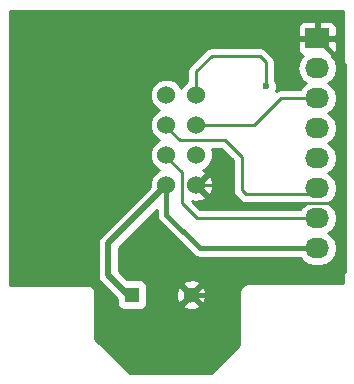
<source format=gtl>
G04 #@! TF.FileFunction,Copper,L1,Top,Signal*
%FSLAX46Y46*%
G04 Gerber Fmt 4.6, Leading zero omitted, Abs format (unit mm)*
G04 Created by KiCad (PCBNEW 4.0.2-stable) date Sunday, September 04, 2016 'PMt' 11:12:12 PM*
%MOMM*%
G01*
G04 APERTURE LIST*
%ADD10C,0.100000*%
%ADD11R,2.032000X1.727200*%
%ADD12O,2.032000X1.727200*%
%ADD13C,1.524000*%
%ADD14R,1.300000X1.300000*%
%ADD15C,1.300000*%
%ADD16C,0.600000*%
%ADD17C,0.250000*%
%ADD18C,0.508000*%
%ADD19C,0.381000*%
%ADD20C,0.254000*%
G04 APERTURE END LIST*
D10*
D11*
X154858333Y-114175000D03*
D12*
X154858333Y-116715000D03*
X154858333Y-119255000D03*
X154858333Y-121795000D03*
X154858333Y-124335000D03*
X154858333Y-126875000D03*
X154858333Y-129415000D03*
X154858333Y-131955000D03*
D13*
X144640000Y-126610000D03*
X144640000Y-124070000D03*
X144640000Y-121530000D03*
X144640000Y-118990000D03*
X142100000Y-118990000D03*
X142100000Y-121530000D03*
X142100000Y-124070000D03*
X142100000Y-126610000D03*
D14*
X139192000Y-135890000D03*
D15*
X144192000Y-135890000D03*
D16*
X150495000Y-118237000D03*
D17*
X144640000Y-121530000D02*
X149488000Y-121530000D01*
X151763000Y-119255000D02*
X154858333Y-119255000D01*
X149488000Y-121530000D02*
X151763000Y-119255000D01*
X144640000Y-118990000D02*
X144640000Y-116980000D01*
X150495000Y-116205000D02*
X150495000Y-118237000D01*
X149987000Y-115697000D02*
X150495000Y-116205000D01*
X145923000Y-115697000D02*
X149987000Y-115697000D01*
X144640000Y-116980000D02*
X145923000Y-115697000D01*
X142100000Y-121530000D02*
X142100000Y-121653000D01*
X142100000Y-121653000D02*
X143256000Y-122809000D01*
X143256000Y-122809000D02*
X147066000Y-122809000D01*
X147066000Y-122809000D02*
X148463000Y-124206000D01*
X148463000Y-124206000D02*
X148463000Y-127000000D01*
X148463000Y-127000000D02*
X148844000Y-127381000D01*
X148844000Y-127381000D02*
X154352333Y-127381000D01*
X154352333Y-127381000D02*
X154858333Y-126875000D01*
X142100000Y-124070000D02*
X142100000Y-124193000D01*
X142100000Y-124193000D02*
X143383000Y-125476000D01*
X143383000Y-125476000D02*
X143383000Y-128143000D01*
X143383000Y-128143000D02*
X144655000Y-129415000D01*
X144655000Y-129415000D02*
X154858333Y-129415000D01*
X139192000Y-135890000D02*
X138811000Y-135890000D01*
D18*
X138811000Y-135890000D02*
X137160000Y-134239000D01*
X137160000Y-131550000D02*
X142100000Y-126610000D01*
X137160000Y-134239000D02*
X137160000Y-131550000D01*
D19*
X142100000Y-126610000D02*
X142100000Y-129146000D01*
X144909000Y-131955000D02*
X154858333Y-131955000D01*
X142100000Y-129146000D02*
X144909000Y-131955000D01*
X144192000Y-135890000D02*
X146431000Y-135890000D01*
X157099000Y-133858000D02*
X157099000Y-127635000D01*
X156337000Y-134620000D02*
X157099000Y-133858000D01*
X147701000Y-134620000D02*
X156337000Y-134620000D01*
X146431000Y-135890000D02*
X147701000Y-134620000D01*
D17*
X144640000Y-126610000D02*
X146041000Y-126610000D01*
D19*
X157099000Y-116415667D02*
X154858333Y-114175000D01*
X157099000Y-127635000D02*
X157099000Y-116415667D01*
D17*
X156591000Y-128143000D02*
X157099000Y-127635000D01*
X153924000Y-128143000D02*
X156591000Y-128143000D01*
X153670000Y-128397000D02*
X153924000Y-128143000D01*
X147828000Y-128397000D02*
X153670000Y-128397000D01*
X146041000Y-126610000D02*
X147828000Y-128397000D01*
D20*
G36*
X157024000Y-134926000D02*
X148971000Y-134926000D01*
X148699295Y-134980046D01*
X148468954Y-135133954D01*
X148315046Y-135364295D01*
X148261000Y-135636000D01*
X148261000Y-140167908D01*
X145882908Y-142546000D01*
X138978092Y-142546000D01*
X136092000Y-139659908D01*
X136092000Y-135763000D01*
X136037954Y-135491295D01*
X135884046Y-135260954D01*
X135653705Y-135107046D01*
X135382000Y-135053000D01*
X128853000Y-135053000D01*
X128853000Y-131550000D01*
X136271000Y-131550000D01*
X136271000Y-134239000D01*
X136338671Y-134579206D01*
X136485533Y-134799000D01*
X136531382Y-134867618D01*
X137894560Y-136230796D01*
X137894560Y-136540000D01*
X137938838Y-136775317D01*
X138077910Y-136991441D01*
X138290110Y-137136431D01*
X138542000Y-137187440D01*
X139842000Y-137187440D01*
X140077317Y-137143162D01*
X140293441Y-137004090D01*
X140438431Y-136791890D01*
X140439012Y-136789016D01*
X143472590Y-136789016D01*
X143528271Y-137019611D01*
X144011078Y-137187622D01*
X144521428Y-137158083D01*
X144855729Y-137019611D01*
X144911410Y-136789016D01*
X144192000Y-136069605D01*
X143472590Y-136789016D01*
X140439012Y-136789016D01*
X140489440Y-136540000D01*
X140489440Y-135709078D01*
X142894378Y-135709078D01*
X142923917Y-136219428D01*
X143062389Y-136553729D01*
X143292984Y-136609410D01*
X144012395Y-135890000D01*
X144371605Y-135890000D01*
X145091016Y-136609410D01*
X145321611Y-136553729D01*
X145489622Y-136070922D01*
X145460083Y-135560572D01*
X145321611Y-135226271D01*
X145091016Y-135170590D01*
X144371605Y-135890000D01*
X144012395Y-135890000D01*
X143292984Y-135170590D01*
X143062389Y-135226271D01*
X142894378Y-135709078D01*
X140489440Y-135709078D01*
X140489440Y-135240000D01*
X140445162Y-135004683D01*
X140436347Y-134990984D01*
X143472590Y-134990984D01*
X144192000Y-135710395D01*
X144911410Y-134990984D01*
X144855729Y-134760389D01*
X144372922Y-134592378D01*
X143862572Y-134621917D01*
X143528271Y-134760389D01*
X143472590Y-134990984D01*
X140436347Y-134990984D01*
X140306090Y-134788559D01*
X140093890Y-134643569D01*
X139842000Y-134592560D01*
X138770796Y-134592560D01*
X138049000Y-133870764D01*
X138049000Y-131918236D01*
X141274500Y-128692736D01*
X141274500Y-129146000D01*
X141337337Y-129461906D01*
X141516283Y-129729717D01*
X144325283Y-132538717D01*
X144593094Y-132717663D01*
X144909000Y-132780501D01*
X144909005Y-132780500D01*
X153457450Y-132780500D01*
X153613918Y-133014670D01*
X154100099Y-133339526D01*
X154673588Y-133453600D01*
X155043078Y-133453600D01*
X155616567Y-133339526D01*
X156102748Y-133014670D01*
X156427604Y-132528489D01*
X156541678Y-131955000D01*
X156427604Y-131381511D01*
X156102748Y-130895330D01*
X155787967Y-130685000D01*
X156102748Y-130474670D01*
X156427604Y-129988489D01*
X156541678Y-129415000D01*
X156427604Y-128841511D01*
X156102748Y-128355330D01*
X155787967Y-128145000D01*
X156102748Y-127934670D01*
X156427604Y-127448489D01*
X156541678Y-126875000D01*
X156427604Y-126301511D01*
X156102748Y-125815330D01*
X155787967Y-125605000D01*
X156102748Y-125394670D01*
X156427604Y-124908489D01*
X156541678Y-124335000D01*
X156427604Y-123761511D01*
X156102748Y-123275330D01*
X155787967Y-123065000D01*
X156102748Y-122854670D01*
X156427604Y-122368489D01*
X156541678Y-121795000D01*
X156427604Y-121221511D01*
X156102748Y-120735330D01*
X155787967Y-120525000D01*
X156102748Y-120314670D01*
X156427604Y-119828489D01*
X156541678Y-119255000D01*
X156427604Y-118681511D01*
X156102748Y-118195330D01*
X155787967Y-117985000D01*
X156102748Y-117774670D01*
X156427604Y-117288489D01*
X156541678Y-116715000D01*
X156427604Y-116141511D01*
X156102748Y-115655330D01*
X156080553Y-115640500D01*
X156234031Y-115576927D01*
X156412660Y-115398299D01*
X156509333Y-115164910D01*
X156509333Y-114460750D01*
X156350583Y-114302000D01*
X154985333Y-114302000D01*
X154985333Y-114322000D01*
X154731333Y-114322000D01*
X154731333Y-114302000D01*
X153366083Y-114302000D01*
X153207333Y-114460750D01*
X153207333Y-115164910D01*
X153304006Y-115398299D01*
X153482635Y-115576927D01*
X153636113Y-115640500D01*
X153613918Y-115655330D01*
X153289062Y-116141511D01*
X153174988Y-116715000D01*
X153289062Y-117288489D01*
X153613918Y-117774670D01*
X153928699Y-117985000D01*
X153613918Y-118195330D01*
X153413685Y-118495000D01*
X151763000Y-118495000D01*
X151472161Y-118552852D01*
X151339421Y-118641546D01*
X151429838Y-118423799D01*
X151430162Y-118051833D01*
X151288117Y-117708057D01*
X151255000Y-117674882D01*
X151255000Y-116205000D01*
X151197148Y-115914161D01*
X151032401Y-115667599D01*
X150524401Y-115159599D01*
X150277839Y-114994852D01*
X149987000Y-114937000D01*
X145923000Y-114937000D01*
X145632161Y-114994852D01*
X145385599Y-115159599D01*
X144102599Y-116442599D01*
X143937852Y-116689161D01*
X143880000Y-116980000D01*
X143880000Y-117792469D01*
X143849697Y-117804990D01*
X143456371Y-118197630D01*
X143370051Y-118405512D01*
X143285010Y-118199697D01*
X142892370Y-117806371D01*
X142379100Y-117593243D01*
X141823339Y-117592758D01*
X141309697Y-117804990D01*
X140916371Y-118197630D01*
X140703243Y-118710900D01*
X140702758Y-119266661D01*
X140914990Y-119780303D01*
X141307630Y-120173629D01*
X141515512Y-120259949D01*
X141309697Y-120344990D01*
X140916371Y-120737630D01*
X140703243Y-121250900D01*
X140702758Y-121806661D01*
X140914990Y-122320303D01*
X141307630Y-122713629D01*
X141515512Y-122799949D01*
X141309697Y-122884990D01*
X140916371Y-123277630D01*
X140703243Y-123790900D01*
X140702758Y-124346661D01*
X140914990Y-124860303D01*
X141307630Y-125253629D01*
X141515512Y-125339949D01*
X141309697Y-125424990D01*
X140916371Y-125817630D01*
X140703243Y-126330900D01*
X140702877Y-126749887D01*
X136531382Y-130921382D01*
X136338671Y-131209794D01*
X136271000Y-131550000D01*
X128853000Y-131550000D01*
X128853000Y-113185090D01*
X153207333Y-113185090D01*
X153207333Y-113889250D01*
X153366083Y-114048000D01*
X154731333Y-114048000D01*
X154731333Y-112835150D01*
X154985333Y-112835150D01*
X154985333Y-114048000D01*
X156350583Y-114048000D01*
X156509333Y-113889250D01*
X156509333Y-113185090D01*
X156412660Y-112951701D01*
X156234031Y-112773073D01*
X156000642Y-112676400D01*
X155144083Y-112676400D01*
X154985333Y-112835150D01*
X154731333Y-112835150D01*
X154572583Y-112676400D01*
X153716024Y-112676400D01*
X153482635Y-112773073D01*
X153304006Y-112951701D01*
X153207333Y-113185090D01*
X128853000Y-113185090D01*
X128853000Y-111835000D01*
X157024000Y-111835000D01*
X157024000Y-134926000D01*
X157024000Y-134926000D01*
G37*
X157024000Y-134926000D02*
X148971000Y-134926000D01*
X148699295Y-134980046D01*
X148468954Y-135133954D01*
X148315046Y-135364295D01*
X148261000Y-135636000D01*
X148261000Y-140167908D01*
X145882908Y-142546000D01*
X138978092Y-142546000D01*
X136092000Y-139659908D01*
X136092000Y-135763000D01*
X136037954Y-135491295D01*
X135884046Y-135260954D01*
X135653705Y-135107046D01*
X135382000Y-135053000D01*
X128853000Y-135053000D01*
X128853000Y-131550000D01*
X136271000Y-131550000D01*
X136271000Y-134239000D01*
X136338671Y-134579206D01*
X136485533Y-134799000D01*
X136531382Y-134867618D01*
X137894560Y-136230796D01*
X137894560Y-136540000D01*
X137938838Y-136775317D01*
X138077910Y-136991441D01*
X138290110Y-137136431D01*
X138542000Y-137187440D01*
X139842000Y-137187440D01*
X140077317Y-137143162D01*
X140293441Y-137004090D01*
X140438431Y-136791890D01*
X140439012Y-136789016D01*
X143472590Y-136789016D01*
X143528271Y-137019611D01*
X144011078Y-137187622D01*
X144521428Y-137158083D01*
X144855729Y-137019611D01*
X144911410Y-136789016D01*
X144192000Y-136069605D01*
X143472590Y-136789016D01*
X140439012Y-136789016D01*
X140489440Y-136540000D01*
X140489440Y-135709078D01*
X142894378Y-135709078D01*
X142923917Y-136219428D01*
X143062389Y-136553729D01*
X143292984Y-136609410D01*
X144012395Y-135890000D01*
X144371605Y-135890000D01*
X145091016Y-136609410D01*
X145321611Y-136553729D01*
X145489622Y-136070922D01*
X145460083Y-135560572D01*
X145321611Y-135226271D01*
X145091016Y-135170590D01*
X144371605Y-135890000D01*
X144012395Y-135890000D01*
X143292984Y-135170590D01*
X143062389Y-135226271D01*
X142894378Y-135709078D01*
X140489440Y-135709078D01*
X140489440Y-135240000D01*
X140445162Y-135004683D01*
X140436347Y-134990984D01*
X143472590Y-134990984D01*
X144192000Y-135710395D01*
X144911410Y-134990984D01*
X144855729Y-134760389D01*
X144372922Y-134592378D01*
X143862572Y-134621917D01*
X143528271Y-134760389D01*
X143472590Y-134990984D01*
X140436347Y-134990984D01*
X140306090Y-134788559D01*
X140093890Y-134643569D01*
X139842000Y-134592560D01*
X138770796Y-134592560D01*
X138049000Y-133870764D01*
X138049000Y-131918236D01*
X141274500Y-128692736D01*
X141274500Y-129146000D01*
X141337337Y-129461906D01*
X141516283Y-129729717D01*
X144325283Y-132538717D01*
X144593094Y-132717663D01*
X144909000Y-132780501D01*
X144909005Y-132780500D01*
X153457450Y-132780500D01*
X153613918Y-133014670D01*
X154100099Y-133339526D01*
X154673588Y-133453600D01*
X155043078Y-133453600D01*
X155616567Y-133339526D01*
X156102748Y-133014670D01*
X156427604Y-132528489D01*
X156541678Y-131955000D01*
X156427604Y-131381511D01*
X156102748Y-130895330D01*
X155787967Y-130685000D01*
X156102748Y-130474670D01*
X156427604Y-129988489D01*
X156541678Y-129415000D01*
X156427604Y-128841511D01*
X156102748Y-128355330D01*
X155787967Y-128145000D01*
X156102748Y-127934670D01*
X156427604Y-127448489D01*
X156541678Y-126875000D01*
X156427604Y-126301511D01*
X156102748Y-125815330D01*
X155787967Y-125605000D01*
X156102748Y-125394670D01*
X156427604Y-124908489D01*
X156541678Y-124335000D01*
X156427604Y-123761511D01*
X156102748Y-123275330D01*
X155787967Y-123065000D01*
X156102748Y-122854670D01*
X156427604Y-122368489D01*
X156541678Y-121795000D01*
X156427604Y-121221511D01*
X156102748Y-120735330D01*
X155787967Y-120525000D01*
X156102748Y-120314670D01*
X156427604Y-119828489D01*
X156541678Y-119255000D01*
X156427604Y-118681511D01*
X156102748Y-118195330D01*
X155787967Y-117985000D01*
X156102748Y-117774670D01*
X156427604Y-117288489D01*
X156541678Y-116715000D01*
X156427604Y-116141511D01*
X156102748Y-115655330D01*
X156080553Y-115640500D01*
X156234031Y-115576927D01*
X156412660Y-115398299D01*
X156509333Y-115164910D01*
X156509333Y-114460750D01*
X156350583Y-114302000D01*
X154985333Y-114302000D01*
X154985333Y-114322000D01*
X154731333Y-114322000D01*
X154731333Y-114302000D01*
X153366083Y-114302000D01*
X153207333Y-114460750D01*
X153207333Y-115164910D01*
X153304006Y-115398299D01*
X153482635Y-115576927D01*
X153636113Y-115640500D01*
X153613918Y-115655330D01*
X153289062Y-116141511D01*
X153174988Y-116715000D01*
X153289062Y-117288489D01*
X153613918Y-117774670D01*
X153928699Y-117985000D01*
X153613918Y-118195330D01*
X153413685Y-118495000D01*
X151763000Y-118495000D01*
X151472161Y-118552852D01*
X151339421Y-118641546D01*
X151429838Y-118423799D01*
X151430162Y-118051833D01*
X151288117Y-117708057D01*
X151255000Y-117674882D01*
X151255000Y-116205000D01*
X151197148Y-115914161D01*
X151032401Y-115667599D01*
X150524401Y-115159599D01*
X150277839Y-114994852D01*
X149987000Y-114937000D01*
X145923000Y-114937000D01*
X145632161Y-114994852D01*
X145385599Y-115159599D01*
X144102599Y-116442599D01*
X143937852Y-116689161D01*
X143880000Y-116980000D01*
X143880000Y-117792469D01*
X143849697Y-117804990D01*
X143456371Y-118197630D01*
X143370051Y-118405512D01*
X143285010Y-118199697D01*
X142892370Y-117806371D01*
X142379100Y-117593243D01*
X141823339Y-117592758D01*
X141309697Y-117804990D01*
X140916371Y-118197630D01*
X140703243Y-118710900D01*
X140702758Y-119266661D01*
X140914990Y-119780303D01*
X141307630Y-120173629D01*
X141515512Y-120259949D01*
X141309697Y-120344990D01*
X140916371Y-120737630D01*
X140703243Y-121250900D01*
X140702758Y-121806661D01*
X140914990Y-122320303D01*
X141307630Y-122713629D01*
X141515512Y-122799949D01*
X141309697Y-122884990D01*
X140916371Y-123277630D01*
X140703243Y-123790900D01*
X140702758Y-124346661D01*
X140914990Y-124860303D01*
X141307630Y-125253629D01*
X141515512Y-125339949D01*
X141309697Y-125424990D01*
X140916371Y-125817630D01*
X140703243Y-126330900D01*
X140702877Y-126749887D01*
X136531382Y-130921382D01*
X136338671Y-131209794D01*
X136271000Y-131550000D01*
X128853000Y-131550000D01*
X128853000Y-113185090D01*
X153207333Y-113185090D01*
X153207333Y-113889250D01*
X153366083Y-114048000D01*
X154731333Y-114048000D01*
X154731333Y-112835150D01*
X154985333Y-112835150D01*
X154985333Y-114048000D01*
X156350583Y-114048000D01*
X156509333Y-113889250D01*
X156509333Y-113185090D01*
X156412660Y-112951701D01*
X156234031Y-112773073D01*
X156000642Y-112676400D01*
X155144083Y-112676400D01*
X154985333Y-112835150D01*
X154731333Y-112835150D01*
X154572583Y-112676400D01*
X153716024Y-112676400D01*
X153482635Y-112773073D01*
X153304006Y-112951701D01*
X153207333Y-113185090D01*
X128853000Y-113185090D01*
X128853000Y-111835000D01*
X157024000Y-111835000D01*
X157024000Y-134926000D01*
G36*
X147703000Y-124520802D02*
X147703000Y-127000000D01*
X147760852Y-127290839D01*
X147925599Y-127537401D01*
X148306599Y-127918401D01*
X148553160Y-128083148D01*
X148844000Y-128141000D01*
X153922712Y-128141000D01*
X153928699Y-128145000D01*
X153613918Y-128355330D01*
X153413685Y-128655000D01*
X144969802Y-128655000D01*
X144279394Y-127964592D01*
X144432302Y-128019144D01*
X144987368Y-127991362D01*
X145371143Y-127832397D01*
X145440608Y-127590213D01*
X144640000Y-126789605D01*
X144625858Y-126803748D01*
X144446253Y-126624143D01*
X144460395Y-126610000D01*
X144819605Y-126610000D01*
X145620213Y-127410608D01*
X145862397Y-127341143D01*
X146049144Y-126817698D01*
X146021362Y-126262632D01*
X145862397Y-125878857D01*
X145620213Y-125809392D01*
X144819605Y-126610000D01*
X144460395Y-126610000D01*
X144446253Y-126595858D01*
X144625858Y-126416253D01*
X144640000Y-126430395D01*
X145440608Y-125629787D01*
X145371143Y-125387603D01*
X145230682Y-125337491D01*
X145430303Y-125255010D01*
X145823629Y-124862370D01*
X146036757Y-124349100D01*
X146037242Y-123793339D01*
X145944547Y-123569000D01*
X146751198Y-123569000D01*
X147703000Y-124520802D01*
X147703000Y-124520802D01*
G37*
X147703000Y-124520802D02*
X147703000Y-127000000D01*
X147760852Y-127290839D01*
X147925599Y-127537401D01*
X148306599Y-127918401D01*
X148553160Y-128083148D01*
X148844000Y-128141000D01*
X153922712Y-128141000D01*
X153928699Y-128145000D01*
X153613918Y-128355330D01*
X153413685Y-128655000D01*
X144969802Y-128655000D01*
X144279394Y-127964592D01*
X144432302Y-128019144D01*
X144987368Y-127991362D01*
X145371143Y-127832397D01*
X145440608Y-127590213D01*
X144640000Y-126789605D01*
X144625858Y-126803748D01*
X144446253Y-126624143D01*
X144460395Y-126610000D01*
X144819605Y-126610000D01*
X145620213Y-127410608D01*
X145862397Y-127341143D01*
X146049144Y-126817698D01*
X146021362Y-126262632D01*
X145862397Y-125878857D01*
X145620213Y-125809392D01*
X144819605Y-126610000D01*
X144460395Y-126610000D01*
X144446253Y-126595858D01*
X144625858Y-126416253D01*
X144640000Y-126430395D01*
X145440608Y-125629787D01*
X145371143Y-125387603D01*
X145230682Y-125337491D01*
X145430303Y-125255010D01*
X145823629Y-124862370D01*
X146036757Y-124349100D01*
X146037242Y-123793339D01*
X145944547Y-123569000D01*
X146751198Y-123569000D01*
X147703000Y-124520802D01*
M02*

</source>
